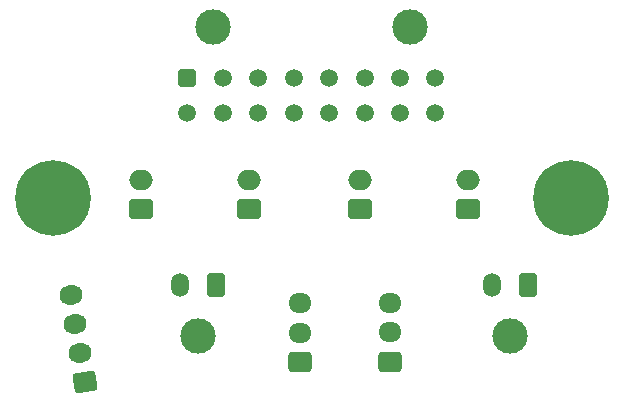
<source format=gbr>
%TF.GenerationSoftware,KiCad,Pcbnew,(6.0.7)*%
%TF.CreationDate,2023-07-30T17:13:32-07:00*%
%TF.ProjectId,xol-pcb,786f6c2d-7063-4622-9e6b-696361645f70,rev?*%
%TF.SameCoordinates,Original*%
%TF.FileFunction,Soldermask,Top*%
%TF.FilePolarity,Negative*%
%FSLAX46Y46*%
G04 Gerber Fmt 4.6, Leading zero omitted, Abs format (unit mm)*
G04 Created by KiCad (PCBNEW (6.0.7)) date 2023-07-30 17:13:32*
%MOMM*%
%LPD*%
G01*
G04 APERTURE LIST*
G04 Aperture macros list*
%AMRoundRect*
0 Rectangle with rounded corners*
0 $1 Rounding radius*
0 $2 $3 $4 $5 $6 $7 $8 $9 X,Y pos of 4 corners*
0 Add a 4 corners polygon primitive as box body*
4,1,4,$2,$3,$4,$5,$6,$7,$8,$9,$2,$3,0*
0 Add four circle primitives for the rounded corners*
1,1,$1+$1,$2,$3*
1,1,$1+$1,$4,$5*
1,1,$1+$1,$6,$7*
1,1,$1+$1,$8,$9*
0 Add four rect primitives between the rounded corners*
20,1,$1+$1,$2,$3,$4,$5,0*
20,1,$1+$1,$4,$5,$6,$7,0*
20,1,$1+$1,$6,$7,$8,$9,0*
20,1,$1+$1,$8,$9,$2,$3,0*%
%AMHorizOval*
0 Thick line with rounded ends*
0 $1 width*
0 $2 $3 position (X,Y) of the first rounded end (center of the circle)*
0 $4 $5 position (X,Y) of the second rounded end (center of the circle)*
0 Add line between two ends*
20,1,$1,$2,$3,$4,$5,0*
0 Add two circle primitives to create the rounded ends*
1,1,$1,$2,$3*
1,1,$1,$4,$5*%
G04 Aperture macros list end*
%ADD10C,3.000000*%
%ADD11RoundRect,0.250001X0.499999X0.759999X-0.499999X0.759999X-0.499999X-0.759999X0.499999X-0.759999X0*%
%ADD12O,1.500000X2.020000*%
%ADD13RoundRect,0.250000X0.750000X-0.600000X0.750000X0.600000X-0.750000X0.600000X-0.750000X-0.600000X0*%
%ADD14O,2.000000X1.700000*%
%ADD15RoundRect,0.250001X-0.499999X-0.499999X0.499999X-0.499999X0.499999X0.499999X-0.499999X0.499999X0*%
%ADD16C,1.500000*%
%ADD17C,6.400000*%
%ADD18RoundRect,0.250000X0.725000X-0.600000X0.725000X0.600000X-0.725000X0.600000X-0.725000X-0.600000X0*%
%ADD19O,1.950000X1.700000*%
%ADD20RoundRect,0.250000X0.809935X-0.479198X0.622213X0.706028X-0.809935X0.479198X-0.622213X-0.706028X0*%
%ADD21HorizOval,1.700000X0.123461X0.019554X-0.123461X-0.019554X0*%
G04 APERTURE END LIST*
D10*
%TO.C,HE1*%
X48006000Y-61056000D03*
D11*
X49506000Y-56736000D03*
D12*
X46506000Y-56736000D03*
%TD*%
D13*
%TO.C,HEF1*%
X52324000Y-50292000D03*
D14*
X52324000Y-47792000D03*
%TD*%
D13*
%TO.C,PCF1*%
X43180000Y-50292000D03*
D14*
X43180000Y-47792000D03*
%TD*%
D10*
%TO.C,J1*%
X65984000Y-34841000D03*
X49284000Y-34841000D03*
D15*
X47124000Y-39161000D03*
D16*
X50124000Y-39161000D03*
X53124000Y-39161000D03*
X56124000Y-39161000D03*
X59124000Y-39161000D03*
X62124000Y-39161000D03*
X65124000Y-39161000D03*
X68124000Y-39161000D03*
X47124000Y-42161000D03*
X50124000Y-42161000D03*
X53124000Y-42161000D03*
X56124000Y-42161000D03*
X59124000Y-42161000D03*
X62124000Y-42161000D03*
X65124000Y-42161000D03*
X68124000Y-42161000D03*
%TD*%
D10*
%TO.C,TH1*%
X74446000Y-61056000D03*
D11*
X75946000Y-56736000D03*
D12*
X72946000Y-56736000D03*
%TD*%
D17*
%TO.C,H1*%
X79559001Y-49376179D03*
%TD*%
%TO.C,H2*%
X35709001Y-49376179D03*
%TD*%
D18*
%TO.C,AUX2*%
X64245000Y-63206000D03*
D19*
X64245000Y-60706000D03*
X64245000Y-58206000D03*
%TD*%
D18*
%TO.C,RGB1*%
X56642000Y-63246000D03*
D19*
X56642000Y-60746000D03*
X56642000Y-58246000D03*
%TD*%
D13*
%TO.C,PCF2*%
X70866000Y-50292000D03*
D14*
X70866000Y-47792000D03*
%TD*%
D13*
%TO.C,AUX1*%
X61722000Y-50292000D03*
D14*
X61722000Y-47792000D03*
%TD*%
D20*
%TO.C,MOTOR1*%
X38419166Y-64929703D03*
D21*
X38028080Y-62460482D03*
X37636994Y-59991261D03*
X37245908Y-57522040D03*
%TD*%
M02*

</source>
